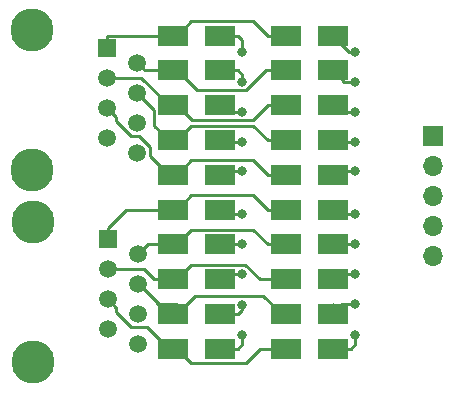
<source format=gbr>
G04 #@! TF.GenerationSoftware,KiCad,Pcbnew,(5.1.4-0-10_14)*
G04 #@! TF.CreationDate,2019-11-29T21:54:42+03:00*
G04 #@! TF.ProjectId,VHClick-rev1,5648436c-6963-46b2-9d72-6576312e6b69,rev?*
G04 #@! TF.SameCoordinates,Original*
G04 #@! TF.FileFunction,Copper,L2,Bot*
G04 #@! TF.FilePolarity,Positive*
%FSLAX46Y46*%
G04 Gerber Fmt 4.6, Leading zero omitted, Abs format (unit mm)*
G04 Created by KiCad (PCBNEW (5.1.4-0-10_14)) date 2019-11-29 21:54:42*
%MOMM*%
%LPD*%
G04 APERTURE LIST*
%ADD10R,2.500000X1.800000*%
%ADD11C,1.500000*%
%ADD12R,1.500000X1.500000*%
%ADD13C,3.650000*%
%ADD14O,1.700000X1.700000*%
%ADD15R,1.700000X1.700000*%
%ADD16C,0.800000*%
%ADD17C,0.250000*%
G04 APERTURE END LIST*
D10*
X141103100Y-80403700D03*
X137103100Y-80403700D03*
X137103100Y-83350100D03*
X141103100Y-83350100D03*
X141103100Y-86296500D03*
X137103100Y-86296500D03*
X137103100Y-89242900D03*
X141103100Y-89242900D03*
X141103100Y-92189300D03*
X137103100Y-92189300D03*
X127540000Y-80403700D03*
X131540000Y-80403700D03*
X131540000Y-83350100D03*
X127540000Y-83350100D03*
X127540000Y-86296500D03*
X131540000Y-86296500D03*
X131540000Y-89242900D03*
X127540000Y-89242900D03*
X127540000Y-92189300D03*
X131540000Y-92189300D03*
X131540000Y-65671700D03*
X127540000Y-65671700D03*
X127540000Y-68618100D03*
X131540000Y-68618100D03*
X131540000Y-71564500D03*
X127540000Y-71564500D03*
X127540000Y-74510900D03*
X131540000Y-74510900D03*
X131540000Y-77457300D03*
X127540000Y-77457300D03*
X137103100Y-65671700D03*
X141103100Y-65671700D03*
X141103100Y-68618100D03*
X137103100Y-68618100D03*
X137103100Y-71564500D03*
X141103100Y-71564500D03*
X141103100Y-74510900D03*
X137103100Y-74510900D03*
X137103100Y-77457300D03*
X141103100Y-77457300D03*
D11*
X124548900Y-75598100D03*
X122008900Y-74328100D03*
X124548900Y-73058100D03*
X122008900Y-71788100D03*
X124548900Y-70518100D03*
X122008900Y-69248100D03*
X124548900Y-67978100D03*
D12*
X122008900Y-66708100D03*
D13*
X115658900Y-65218100D03*
X115658900Y-77088100D03*
X115671600Y-93311000D03*
X115671600Y-81441000D03*
D12*
X122021600Y-82931000D03*
D11*
X124561600Y-84201000D03*
X122021600Y-85471000D03*
X124561600Y-86741000D03*
X122021600Y-88011000D03*
X124561600Y-89281000D03*
X122021600Y-90551000D03*
X124561600Y-91821000D03*
D14*
X149580600Y-84366100D03*
X149580600Y-81826100D03*
X149580600Y-79286100D03*
X149580600Y-76746100D03*
D15*
X149580600Y-74206100D03*
D16*
X143002000Y-80759300D03*
X142989300Y-83324700D03*
X142989300Y-85877400D03*
X142989300Y-88430100D03*
X143002000Y-90982800D03*
X133438900Y-80759300D03*
X133438900Y-83312000D03*
X133413500Y-85877400D03*
X133400800Y-88442800D03*
X133413500Y-90982800D03*
X133413500Y-67043300D03*
X133400800Y-69583300D03*
X133413500Y-72110600D03*
X133413500Y-74637900D03*
X133413500Y-77165200D03*
X142951200Y-67056000D03*
X142951200Y-69583300D03*
X142976600Y-72097900D03*
X142989300Y-74637900D03*
X142963900Y-77165200D03*
D17*
X143002000Y-80759300D02*
X141103100Y-80759300D01*
X141458700Y-80759300D02*
X141103100Y-80403700D01*
X143002000Y-80759300D02*
X141458700Y-80759300D01*
X127890000Y-80759300D02*
X127540000Y-80759300D01*
X127890000Y-65671700D02*
X127540000Y-65671700D01*
X129115001Y-64446699D02*
X127890000Y-65671700D01*
X135603100Y-65671700D02*
X134378099Y-64446699D01*
X134378099Y-64446699D02*
X129115001Y-64446699D01*
X137103100Y-65671700D02*
X135603100Y-65671700D01*
X122008900Y-65708100D02*
X122008900Y-66708100D01*
X122045300Y-65671700D02*
X122008900Y-65708100D01*
X127540000Y-65671700D02*
X122045300Y-65671700D01*
X127890000Y-80403700D02*
X127540000Y-80403700D01*
X129115001Y-79178699D02*
X127890000Y-80403700D01*
X134378099Y-79178699D02*
X129115001Y-79178699D01*
X135603100Y-80403700D02*
X134378099Y-79178699D01*
X137103100Y-80403700D02*
X135603100Y-80403700D01*
X122021600Y-81931000D02*
X122021600Y-82931000D01*
X123548900Y-80403700D02*
X122021600Y-81931000D01*
X127540000Y-80403700D02*
X123548900Y-80403700D01*
X127890000Y-83315175D02*
X127540000Y-83315175D01*
X129580201Y-70308301D02*
X127890000Y-68618100D01*
X127890000Y-68618100D02*
X127540000Y-68618100D01*
X133748801Y-70308301D02*
X129580201Y-70308301D01*
X135439002Y-68618100D02*
X133748801Y-70308301D01*
X137103100Y-68618100D02*
X135439002Y-68618100D01*
X125188900Y-68618100D02*
X124548900Y-67978100D01*
X127540000Y-68618100D02*
X125188900Y-68618100D01*
X127890000Y-83350100D02*
X127540000Y-83350100D01*
X129115001Y-82125099D02*
X127890000Y-83350100D01*
X134378099Y-82125099D02*
X129115001Y-82125099D01*
X135603100Y-83350100D02*
X134378099Y-82125099D01*
X137103100Y-83350100D02*
X135603100Y-83350100D01*
X125412500Y-83350100D02*
X124561600Y-84201000D01*
X127540000Y-83350100D02*
X125412500Y-83350100D01*
X141112625Y-83324700D02*
X141103100Y-83315175D01*
X142989300Y-83324700D02*
X141112625Y-83324700D01*
X141128500Y-83324700D02*
X141103100Y-83350100D01*
X142989300Y-83324700D02*
X141128500Y-83324700D01*
X141109450Y-85877400D02*
X141103100Y-85871050D01*
X142989300Y-85877400D02*
X141109450Y-85877400D01*
X141522200Y-85877400D02*
X141103100Y-86296500D01*
X142989300Y-85877400D02*
X141522200Y-85877400D01*
X127890000Y-85871050D02*
X127540000Y-85871050D01*
X127890000Y-72110600D02*
X127540000Y-72110600D01*
X127540000Y-72110600D02*
X127190000Y-72110600D01*
X127890000Y-71564500D02*
X127540000Y-71564500D01*
X129161101Y-72835601D02*
X127890000Y-71564500D01*
X134331999Y-72835601D02*
X129161101Y-72835601D01*
X135603100Y-71564500D02*
X134331999Y-72835601D01*
X137103100Y-71564500D02*
X135603100Y-71564500D01*
X123069560Y-69248100D02*
X122008900Y-69248100D01*
X124873600Y-69248100D02*
X123069560Y-69248100D01*
X127190000Y-71564500D02*
X124873600Y-69248100D01*
X127540000Y-71564500D02*
X127190000Y-71564500D01*
X127890000Y-86296500D02*
X127540000Y-86296500D01*
X133680601Y-85071499D02*
X129115001Y-85071499D01*
X134905602Y-86296500D02*
X133680601Y-85071499D01*
X129115001Y-85071499D02*
X127890000Y-86296500D01*
X137103100Y-86296500D02*
X134905602Y-86296500D01*
X123082260Y-85471000D02*
X122021600Y-85471000D01*
X125145800Y-85471000D02*
X123082260Y-85471000D01*
X125971300Y-86296500D02*
X125145800Y-85471000D01*
X127540000Y-86296500D02*
X125971300Y-86296500D01*
X127540000Y-88426925D02*
X126247525Y-88426925D01*
X127890000Y-88426925D02*
X127540000Y-88426925D01*
X127890000Y-74637900D02*
X127540000Y-74637900D01*
X127540000Y-74637900D02*
X127190000Y-74637900D01*
X134378099Y-73285899D02*
X129115001Y-73285899D01*
X129115001Y-73285899D02*
X127890000Y-74510900D01*
X135603100Y-74510900D02*
X134378099Y-73285899D01*
X127890000Y-74510900D02*
X127540000Y-74510900D01*
X137103100Y-74510900D02*
X135603100Y-74510900D01*
X125964999Y-71934199D02*
X125298899Y-71268099D01*
X125298899Y-71268099D02*
X124548900Y-70518100D01*
X125964999Y-73285899D02*
X125964999Y-71934199D01*
X127190000Y-74510900D02*
X125964999Y-73285899D01*
X127540000Y-74510900D02*
X127190000Y-74510900D01*
X135227999Y-87717799D02*
X129415101Y-87717799D01*
X127890000Y-89242900D02*
X127540000Y-89242900D01*
X136753100Y-89242900D02*
X135227999Y-87717799D01*
X129415101Y-87717799D02*
X127890000Y-89242900D01*
X137103100Y-89242900D02*
X136753100Y-89242900D01*
X124688100Y-86741000D02*
X124561600Y-86741000D01*
X127190000Y-89242900D02*
X124688100Y-86741000D01*
X127540000Y-89242900D02*
X127190000Y-89242900D01*
X141106275Y-88430100D02*
X141103100Y-88426925D01*
X141915900Y-88430100D02*
X141103100Y-89242900D01*
X142989300Y-88430100D02*
X141915900Y-88430100D01*
X143002000Y-91790400D02*
X143002000Y-90982800D01*
X142603100Y-92189300D02*
X143002000Y-91790400D01*
X141103100Y-92189300D02*
X142603100Y-92189300D01*
X127890000Y-77165200D02*
X127540000Y-77165200D01*
X127540000Y-77165200D02*
X127190000Y-77165200D01*
X127890000Y-77457300D02*
X127540000Y-77457300D01*
X135603100Y-77457300D02*
X134378099Y-76232299D01*
X129115001Y-76232299D02*
X127890000Y-77457300D01*
X134378099Y-76232299D02*
X129115001Y-76232299D01*
X137103100Y-77457300D02*
X135603100Y-77457300D01*
X122758899Y-72538099D02*
X122008900Y-71788100D01*
X125623901Y-75082099D02*
X124674903Y-74133101D01*
X122758899Y-72859101D02*
X122758899Y-72538099D01*
X124674903Y-74133101D02*
X124032899Y-74133101D01*
X125623901Y-75891201D02*
X125623901Y-75082099D01*
X124032899Y-74133101D02*
X122758899Y-72859101D01*
X127190000Y-77457300D02*
X125623901Y-75891201D01*
X127540000Y-77457300D02*
X127190000Y-77457300D01*
X127890000Y-92189300D02*
X127540000Y-92189300D01*
X129115001Y-93414301D02*
X127890000Y-92189300D01*
X133725629Y-93414301D02*
X129115001Y-93414301D01*
X134950630Y-92189300D02*
X133725629Y-93414301D01*
X137103100Y-92189300D02*
X134950630Y-92189300D01*
X122771599Y-88760999D02*
X122021600Y-88011000D01*
X124045599Y-90356001D02*
X122771599Y-89082001D01*
X122771599Y-89082001D02*
X122771599Y-88760999D01*
X125356701Y-90356001D02*
X124045599Y-90356001D01*
X127190000Y-92189300D02*
X125356701Y-90356001D01*
X127540000Y-92189300D02*
X127190000Y-92189300D01*
X131540000Y-80759300D02*
X133438900Y-80759300D01*
X133435725Y-83315175D02*
X133438900Y-83312000D01*
X131540000Y-83315175D02*
X133435725Y-83315175D01*
X133407150Y-85871050D02*
X133413500Y-85877400D01*
X131540000Y-85871050D02*
X133407150Y-85871050D01*
X133384925Y-88426925D02*
X133400800Y-88442800D01*
X133040000Y-89242900D02*
X131540000Y-89242900D01*
X133400800Y-88882100D02*
X133040000Y-89242900D01*
X133400800Y-88442800D02*
X133400800Y-88882100D01*
X133413500Y-91815800D02*
X133040000Y-92189300D01*
X133040000Y-92189300D02*
X131540000Y-92189300D01*
X133413500Y-90982800D02*
X133413500Y-91815800D01*
X133400800Y-67056000D02*
X133413500Y-67043300D01*
X133040000Y-65671700D02*
X131540000Y-65671700D01*
X133413500Y-66045200D02*
X133040000Y-65671700D01*
X133413500Y-67043300D02*
X133413500Y-66045200D01*
X133400800Y-68978900D02*
X133040000Y-68618100D01*
X133040000Y-68618100D02*
X131540000Y-68618100D01*
X133400800Y-69583300D02*
X133400800Y-68978900D01*
X131540000Y-72110600D02*
X133413500Y-72110600D01*
X131540000Y-74637900D02*
X133413500Y-74637900D01*
X133413500Y-77165200D02*
X131540000Y-77165200D01*
X142487400Y-67056000D02*
X141103100Y-65671700D01*
X142951200Y-67056000D02*
X142487400Y-67056000D01*
X142068300Y-69583300D02*
X141103100Y-68618100D01*
X142951200Y-69583300D02*
X142068300Y-69583300D01*
X142963900Y-72110600D02*
X142976600Y-72097900D01*
X141103100Y-72110600D02*
X142963900Y-72110600D01*
X141636500Y-72097900D02*
X141103100Y-71564500D01*
X142976600Y-72097900D02*
X141636500Y-72097900D01*
X141103100Y-74637900D02*
X142989300Y-74637900D01*
X141230100Y-74637900D02*
X141103100Y-74510900D01*
X142989300Y-74637900D02*
X141230100Y-74637900D01*
X141103100Y-77165200D02*
X142963900Y-77165200D01*
M02*

</source>
